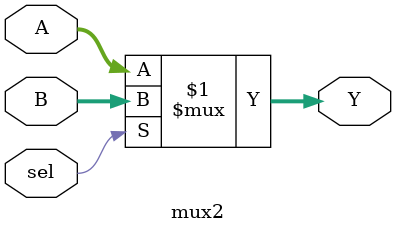
<source format=v>
`timescale 1ns / 1ps
module mux2 (
    input [3:0] A, B,
    input sel,
    output [3:0] Y
);
    assign Y = sel ? B : A;
endmodule


</source>
